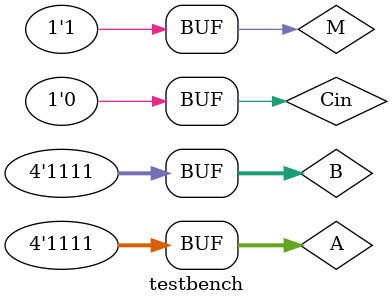
<source format=v>
module full_adder(a,b,cin,sum,cout);
input a;
input b;
input cin;
output sum;
output cout;

assign sum = a^b^cin;
assign cout = (a & b) | (cin & (a^b)); 

endmodule

module bitadder(A,B,Cin,M,Sum,Cout);

input [3:0]A;
input [3:0]B;
input Cin;
input M;

output [3:0]Sum;
output Cout;

wire c1,c2,c3;
wire b0,b1,b2,b3;

assign b0 = B[0]^M;
full_adder f1(.a(A[0]),.b(b0),.cin(Cin),.sum(Sum[0]),.cout(c1));
assign b1 = B[1]^M;
full_adder f2(.a(A[1]),.b(b1),.cin(c1),.sum(Sum[1]),.cout(c2));
assign b2 = B[2]^M;
full_adder f3(.a(A[2]),.b(b2),.cin(c2),.sum(Sum[2]),.cout(c3));
assign b3 = B[3]^M;
full_adder f4(.a(A[3]),.b(b3),.cin(c3),.sum(Sum[3]),.cout(Cout));

endmodule

module testbench();
reg [3:0]A;
reg [3:0]B;
reg Cin;
reg M;
wire [3:0]Sum;
wire Cout;

bitadder tb(A,B,Cin,M,Sum,Cout);

initial
begin

$monitor("A = %b : B = %b : Cin = %b : M = %b : Sum = %b : Cout = %b ",A,B,Cin,M,Sum,Cout);
$dumpfile("4bitadder_sub.vcd");
$dumpvars;

A = 4'b0000 ; B = 4'b0000 ; Cin = 1'b0 ; M = 1'b0 ;
#5; 
A = 4'b0000 ; B = 4'b0001 ; Cin = 1'b0 ; M = 1'b0 ;
#5; 
A = 4'b0000 ; B = 4'b0010 ; Cin = 1'b0 ; M = 1'b0 ;
#5; 
A = 4'b0000 ; B = 4'b0011 ; Cin = 1'b0 ; M = 1'b0 ;
#5; 
A = 4'b0000 ; B = 4'b0100 ; Cin = 1'b0 ; M = 1'b0 ;
#5; 
A = 4'b0000 ; B = 4'b0101 ; Cin = 1'b0 ; M = 1'b0 ;
#5; 
A = 4'b0000 ; B = 4'b0110 ; Cin = 1'b0 ; M = 1'b0 ;
#5; 
A = 4'b0000 ; B = 4'b0111 ; Cin = 1'b0 ; M = 1'b0 ;
#5; 
A = 4'b0000 ; B = 4'b1000 ; Cin = 1'b0 ; M = 1'b0 ;
#5; 
A = 4'b0000 ; B = 4'b1001 ; Cin = 1'b0 ; M = 1'b0 ;
#5; 
A = 4'b0000 ; B = 4'b1010 ; Cin = 1'b0 ; M = 1'b0 ;
#5; 
A = 4'b0000 ; B = 4'b1011 ; Cin = 1'b0 ; M = 1'b0 ;
#5; 
A = 4'b0000 ; B = 4'b1100 ; Cin = 1'b0 ; M = 1'b0 ;
#5; 
A = 4'b0000 ; B = 4'b1101 ; Cin = 1'b0 ; M = 1'b0 ;
#5; 
A = 4'b0000 ; B = 4'b1110 ; Cin = 1'b0 ; M = 1'b0 ;
#5; 
A = 4'b0000 ; B = 4'b1111 ; Cin = 1'b0 ; M = 1'b0 ;
#5; 
A = 4'b0001 ; B = 4'b0000 ; Cin = 1'b0 ; M = 1'b0 ;
#5; 
A = 4'b0001 ; B = 4'b0001 ; Cin = 1'b0 ; M = 1'b0 ;
#5; 
A = 4'b0001 ; B = 4'b0010 ; Cin = 1'b0 ; M = 1'b0 ;
#5; 
A = 4'b0001 ; B = 4'b0011 ; Cin = 1'b0 ; M = 1'b0 ;
#5; 
A = 4'b0001 ; B = 4'b0100 ; Cin = 1'b0 ; M = 1'b0 ;
#5; 
A = 4'b0001 ; B = 4'b0101 ; Cin = 1'b0 ; M = 1'b0 ;
#5; 
A = 4'b0001 ; B = 4'b0110 ; Cin = 1'b0 ; M = 1'b0 ;
#5; 
A = 4'b0001 ; B = 4'b0111 ; Cin = 1'b0 ; M = 1'b0 ;
#5; 
A = 4'b0001 ; B = 4'b1000 ; Cin = 1'b0 ; M = 1'b0 ;
#5; 
A = 4'b0001 ; B = 4'b1001 ; Cin = 1'b0 ; M = 1'b0 ;
#5; 
A = 4'b0001 ; B = 4'b1010 ; Cin = 1'b0 ; M = 1'b0 ;
#5; 
A = 4'b0001 ; B = 4'b1011 ; Cin = 1'b0 ; M = 1'b0 ;
#5; 
A = 4'b0001 ; B = 4'b1100 ; Cin = 1'b0 ; M = 1'b0 ;
#5; 
A = 4'b0001 ; B = 4'b1101 ; Cin = 1'b0 ; M = 1'b0 ;
#5; 
A = 4'b0001 ; B = 4'b1110 ; Cin = 1'b0 ; M = 1'b0 ;
#5; 
A = 4'b0001 ; B = 4'b1111 ; Cin = 1'b0 ; M = 1'b0 ;
#5; 
A = 4'b0010 ; B = 4'b0000 ; Cin = 1'b0 ; M = 1'b0 ;
#5; 
A = 4'b0010 ; B = 4'b0001 ; Cin = 1'b0 ; M = 1'b0 ;
#5; 
A = 4'b0010 ; B = 4'b0010 ; Cin = 1'b0 ; M = 1'b0 ;
#5; 
A = 4'b0010 ; B = 4'b0011 ; Cin = 1'b0 ; M = 1'b0 ;
#5; 
A = 4'b0010 ; B = 4'b0100 ; Cin = 1'b0 ; M = 1'b0 ;
#5; 
A = 4'b0010 ; B = 4'b0101 ; Cin = 1'b0 ; M = 1'b0 ;
#5; 
A = 4'b0010 ; B = 4'b0110 ; Cin = 1'b0 ; M = 1'b0 ;
#5; 
A = 4'b0010 ; B = 4'b0111 ; Cin = 1'b0 ; M = 1'b0 ;
#5; 
A = 4'b0010 ; B = 4'b1000 ; Cin = 1'b0 ; M = 1'b0 ;
#5; 
A = 4'b0010 ; B = 4'b1001 ; Cin = 1'b0 ; M = 1'b0 ;
#5; 
A = 4'b0010 ; B = 4'b1010 ; Cin = 1'b0 ; M = 1'b0 ;
#5; 
A = 4'b0010 ; B = 4'b1011 ; Cin = 1'b0 ; M = 1'b0 ;
#5; 
A = 4'b0010 ; B = 4'b1100 ; Cin = 1'b0 ; M = 1'b0 ;
#5; 
A = 4'b0010 ; B = 4'b1101 ; Cin = 1'b0 ; M = 1'b0 ;
#5; 
A = 4'b0010 ; B = 4'b1110 ; Cin = 1'b0 ; M = 1'b0 ;
#5; 
A = 4'b0010 ; B = 4'b1111 ; Cin = 1'b0 ; M = 1'b0 ;
#5; 
A = 4'b0011 ; B = 4'b0000 ; Cin = 1'b0 ; M = 1'b0 ;
#5; 
A = 4'b0011 ; B = 4'b0001 ; Cin = 1'b0 ; M = 1'b0 ;
#5; 
A = 4'b0011 ; B = 4'b0010 ; Cin = 1'b0 ; M = 1'b0 ;
#5; 
A = 4'b0011 ; B = 4'b0011 ; Cin = 1'b0 ; M = 1'b0 ;
#5; 
A = 4'b0011 ; B = 4'b0100 ; Cin = 1'b0 ; M = 1'b0 ;
#5; 
A = 4'b0011 ; B = 4'b0101 ; Cin = 1'b0 ; M = 1'b0 ;
#5; 
A = 4'b0011 ; B = 4'b0110 ; Cin = 1'b0 ; M = 1'b0 ;
#5; 
A = 4'b0011 ; B = 4'b0111 ; Cin = 1'b0 ; M = 1'b0 ;
#5; 
A = 4'b0011 ; B = 4'b1000 ; Cin = 1'b0 ; M = 1'b0 ;
#5; 
A = 4'b0011 ; B = 4'b1001 ; Cin = 1'b0 ; M = 1'b0 ;
#5; 
A = 4'b0011 ; B = 4'b1010 ; Cin = 1'b0 ; M = 1'b0 ;
#5; 
A = 4'b0011 ; B = 4'b1011 ; Cin = 1'b0 ; M = 1'b0 ;
#5; 
A = 4'b0011 ; B = 4'b1100 ; Cin = 1'b0 ; M = 1'b0 ;
#5; 
A = 4'b0011 ; B = 4'b1101 ; Cin = 1'b0 ; M = 1'b0 ;
#5; 
A = 4'b0011 ; B = 4'b1110 ; Cin = 1'b0 ; M = 1'b0 ;
#5; 
A = 4'b0011 ; B = 4'b1111 ; Cin = 1'b0 ; M = 1'b0 ;
#5; 
A = 4'b0100 ; B = 4'b0000 ; Cin = 1'b0 ; M = 1'b0 ;
#5; 
A = 4'b0100 ; B = 4'b0001 ; Cin = 1'b0 ; M = 1'b0 ;
#5; 
A = 4'b0100 ; B = 4'b0010 ; Cin = 1'b0 ; M = 1'b0 ;
#5; 
A = 4'b0100 ; B = 4'b0011 ; Cin = 1'b0 ; M = 1'b0 ;
#5; 
A = 4'b0100 ; B = 4'b0100 ; Cin = 1'b0 ; M = 1'b0 ;
#5; 
A = 4'b0100 ; B = 4'b0101 ; Cin = 1'b0 ; M = 1'b0 ;
#5; 
A = 4'b0100 ; B = 4'b0110 ; Cin = 1'b0 ; M = 1'b0 ;
#5; 
A = 4'b0100 ; B = 4'b0111 ; Cin = 1'b0 ; M = 1'b0 ;
#5; 
A = 4'b0100 ; B = 4'b1000 ; Cin = 1'b0 ; M = 1'b0 ;
#5; 
A = 4'b0100 ; B = 4'b1001 ; Cin = 1'b0 ; M = 1'b0 ;
#5; 
A = 4'b0100 ; B = 4'b1010 ; Cin = 1'b0 ; M = 1'b0 ;
#5; 
A = 4'b0100 ; B = 4'b1011 ; Cin = 1'b0 ; M = 1'b0 ;
#5; 
A = 4'b0100 ; B = 4'b1100 ; Cin = 1'b0 ; M = 1'b0 ;
#5; 
A = 4'b0100 ; B = 4'b1101 ; Cin = 1'b0 ; M = 1'b0 ;
#5; 
A = 4'b0100 ; B = 4'b1110 ; Cin = 1'b0 ; M = 1'b0 ;
#5; 
A = 4'b0100 ; B = 4'b1111 ; Cin = 1'b0 ; M = 1'b0 ;
#5; 
A = 4'b0101 ; B = 4'b0000 ; Cin = 1'b0 ; M = 1'b0 ;
#5; 
A = 4'b0101 ; B = 4'b0001 ; Cin = 1'b0 ; M = 1'b0 ;
#5; 
A = 4'b0101 ; B = 4'b0010 ; Cin = 1'b0 ; M = 1'b0 ;
#5; 
A = 4'b0101 ; B = 4'b0011 ; Cin = 1'b0 ; M = 1'b0 ;
#5; 
A = 4'b0101 ; B = 4'b0100 ; Cin = 1'b0 ; M = 1'b0 ;
#5; 
A = 4'b0101 ; B = 4'b0101 ; Cin = 1'b0 ; M = 1'b0 ;
#5; 
A = 4'b0101 ; B = 4'b0110 ; Cin = 1'b0 ; M = 1'b0 ;
#5; 
A = 4'b0101 ; B = 4'b0111 ; Cin = 1'b0 ; M = 1'b0 ;
#5; 
A = 4'b0101 ; B = 4'b1000 ; Cin = 1'b0 ; M = 1'b0 ;
#5; 
A = 4'b0101 ; B = 4'b1001 ; Cin = 1'b0 ; M = 1'b0 ;
#5; 
A = 4'b0101 ; B = 4'b1010 ; Cin = 1'b0 ; M = 1'b0 ;
#5; 
A = 4'b0101 ; B = 4'b1011 ; Cin = 1'b0 ; M = 1'b0 ;
#5; 
A = 4'b0101 ; B = 4'b1100 ; Cin = 1'b0 ; M = 1'b0 ;
#5; 
A = 4'b0101 ; B = 4'b1101 ; Cin = 1'b0 ; M = 1'b0 ;
#5; 
A = 4'b0101 ; B = 4'b1110 ; Cin = 1'b0 ; M = 1'b0 ;
#5; 
A = 4'b0101 ; B = 4'b1111 ; Cin = 1'b0 ; M = 1'b0 ;
#5; 
A = 4'b0110 ; B = 4'b0000 ; Cin = 1'b0 ; M = 1'b0 ;
#5; 
A = 4'b0110 ; B = 4'b0001 ; Cin = 1'b0 ; M = 1'b0 ;
#5; 
A = 4'b0110 ; B = 4'b0010 ; Cin = 1'b0 ; M = 1'b0 ;
#5; 
A = 4'b0110 ; B = 4'b0011 ; Cin = 1'b0 ; M = 1'b0 ;
#5; 
A = 4'b0110 ; B = 4'b0100 ; Cin = 1'b0 ; M = 1'b0 ;
#5; 
A = 4'b0110 ; B = 4'b0101 ; Cin = 1'b0 ; M = 1'b0 ;
#5; 
A = 4'b0110 ; B = 4'b0110 ; Cin = 1'b0 ; M = 1'b0 ;
#5; 
A = 4'b0110 ; B = 4'b0111 ; Cin = 1'b0 ; M = 1'b0 ;
#5; 
A = 4'b0110 ; B = 4'b1000 ; Cin = 1'b0 ; M = 1'b0 ;
#5; 
A = 4'b0110 ; B = 4'b1001 ; Cin = 1'b0 ; M = 1'b0 ;
#5; 
A = 4'b0110 ; B = 4'b1010 ; Cin = 1'b0 ; M = 1'b0 ;
#5; 
A = 4'b0110 ; B = 4'b1011 ; Cin = 1'b0 ; M = 1'b0 ;
#5; 
A = 4'b0110 ; B = 4'b1100 ; Cin = 1'b0 ; M = 1'b0 ;
#5; 
A = 4'b0110 ; B = 4'b1101 ; Cin = 1'b0 ; M = 1'b0 ;
#5; 
A = 4'b0110 ; B = 4'b1110 ; Cin = 1'b0 ; M = 1'b0 ;
#5; 
A = 4'b0110 ; B = 4'b1111 ; Cin = 1'b0 ; M = 1'b0 ;
#5; 
A = 4'b0111 ; B = 4'b0000 ; Cin = 1'b0 ; M = 1'b0 ;
#5; 
A = 4'b0111 ; B = 4'b0001 ; Cin = 1'b0 ; M = 1'b0 ;
#5; 
A = 4'b0111 ; B = 4'b0010 ; Cin = 1'b0 ; M = 1'b0 ;
#5; 
A = 4'b0111 ; B = 4'b0011 ; Cin = 1'b0 ; M = 1'b0 ;
#5; 
A = 4'b0111 ; B = 4'b0100 ; Cin = 1'b0 ; M = 1'b0 ;
#5; 
A = 4'b0111 ; B = 4'b0101 ; Cin = 1'b0 ; M = 1'b0 ;
#5; 
A = 4'b0111 ; B = 4'b0110 ; Cin = 1'b0 ; M = 1'b0 ;
#5; 
A = 4'b0111 ; B = 4'b0111 ; Cin = 1'b0 ; M = 1'b0 ;
#5; 
A = 4'b0111 ; B = 4'b1000 ; Cin = 1'b0 ; M = 1'b0 ;
#5; 
A = 4'b0111 ; B = 4'b1001 ; Cin = 1'b0 ; M = 1'b0 ;
#5; 
A = 4'b0111 ; B = 4'b1010 ; Cin = 1'b0 ; M = 1'b0 ;
#5; 
A = 4'b0111 ; B = 4'b1011 ; Cin = 1'b0 ; M = 1'b0 ;
#5; 
A = 4'b0111 ; B = 4'b1100 ; Cin = 1'b0 ; M = 1'b0 ;
#5; 
A = 4'b0111 ; B = 4'b1101 ; Cin = 1'b0 ; M = 1'b0 ;
#5; 
A = 4'b0111 ; B = 4'b1110 ; Cin = 1'b0 ; M = 1'b0 ;
#5; 
A = 4'b0111 ; B = 4'b1111 ; Cin = 1'b0 ; M = 1'b0 ;
#5; 
A = 4'b1000 ; B = 4'b0000 ; Cin = 1'b0 ; M = 1'b0 ;
#5; 
A = 4'b1000 ; B = 4'b0001 ; Cin = 1'b0 ; M = 1'b0 ;
#5; 
A = 4'b1000 ; B = 4'b0010 ; Cin = 1'b0 ; M = 1'b0 ;
#5; 
A = 4'b1000 ; B = 4'b0011 ; Cin = 1'b0 ; M = 1'b0 ;
#5; 
A = 4'b1000 ; B = 4'b0100 ; Cin = 1'b0 ; M = 1'b0 ;
#5; 
A = 4'b1000 ; B = 4'b0101 ; Cin = 1'b0 ; M = 1'b0 ;
#5; 
A = 4'b1000 ; B = 4'b0110 ; Cin = 1'b0 ; M = 1'b0 ;
#5; 
A = 4'b1000 ; B = 4'b0111 ; Cin = 1'b0 ; M = 1'b0 ;
#5; 
A = 4'b1000 ; B = 4'b1000 ; Cin = 1'b0 ; M = 1'b0 ;
#5; 
A = 4'b1000 ; B = 4'b1001 ; Cin = 1'b0 ; M = 1'b0 ;
#5; 
A = 4'b1000 ; B = 4'b1010 ; Cin = 1'b0 ; M = 1'b0 ;
#5; 
A = 4'b1000 ; B = 4'b1011 ; Cin = 1'b0 ; M = 1'b0 ;
#5; 
A = 4'b1000 ; B = 4'b1100 ; Cin = 1'b0 ; M = 1'b0 ;
#5; 
A = 4'b1000 ; B = 4'b1101 ; Cin = 1'b0 ; M = 1'b0 ;
#5; 
A = 4'b1000 ; B = 4'b1110 ; Cin = 1'b0 ; M = 1'b0 ;
#5; 
A = 4'b1000 ; B = 4'b1111 ; Cin = 1'b0 ; M = 1'b0 ;
#5; 
A = 4'b1001 ; B = 4'b0000 ; Cin = 1'b0 ; M = 1'b0 ;
#5; 
A = 4'b1001 ; B = 4'b0001 ; Cin = 1'b0 ; M = 1'b0 ;
#5; 
A = 4'b1001 ; B = 4'b0010 ; Cin = 1'b0 ; M = 1'b0 ;
#5; 
A = 4'b1001 ; B = 4'b0011 ; Cin = 1'b0 ; M = 1'b0 ;
#5; 
A = 4'b1001 ; B = 4'b0100 ; Cin = 1'b0 ; M = 1'b0 ;
#5; 
A = 4'b1001 ; B = 4'b0101 ; Cin = 1'b0 ; M = 1'b0 ;
#5; 
A = 4'b1001 ; B = 4'b0110 ; Cin = 1'b0 ; M = 1'b0 ;
#5; 
A = 4'b1001 ; B = 4'b0111 ; Cin = 1'b0 ; M = 1'b0 ;
#5; 
A = 4'b1001 ; B = 4'b1000 ; Cin = 1'b0 ; M = 1'b0 ;
#5; 
A = 4'b1001 ; B = 4'b1001 ; Cin = 1'b0 ; M = 1'b0 ;
#5; 
A = 4'b1001 ; B = 4'b1010 ; Cin = 1'b0 ; M = 1'b0 ;
#5; 
A = 4'b1001 ; B = 4'b1011 ; Cin = 1'b0 ; M = 1'b0 ;
#5; 
A = 4'b1001 ; B = 4'b1100 ; Cin = 1'b0 ; M = 1'b0 ;
#5; 
A = 4'b1001 ; B = 4'b1101 ; Cin = 1'b0 ; M = 1'b0 ;
#5; 
A = 4'b1001 ; B = 4'b1110 ; Cin = 1'b0 ; M = 1'b0 ;
#5; 
A = 4'b1001 ; B = 4'b1111 ; Cin = 1'b0 ; M = 1'b0 ;
#5; 
A = 4'b1010 ; B = 4'b0000 ; Cin = 1'b0 ; M = 1'b0 ;
#5; 
A = 4'b1010 ; B = 4'b0001 ; Cin = 1'b0 ; M = 1'b0 ;
#5; 
A = 4'b1010 ; B = 4'b0010 ; Cin = 1'b0 ; M = 1'b0 ;
#5; 
A = 4'b1010 ; B = 4'b0011 ; Cin = 1'b0 ; M = 1'b0 ;
#5; 
A = 4'b1010 ; B = 4'b0100 ; Cin = 1'b0 ; M = 1'b0 ;
#5; 
A = 4'b1010 ; B = 4'b0101 ; Cin = 1'b0 ; M = 1'b0 ;
#5; 
A = 4'b1010 ; B = 4'b0110 ; Cin = 1'b0 ; M = 1'b0 ;
#5; 
A = 4'b1010 ; B = 4'b0111 ; Cin = 1'b0 ; M = 1'b0 ;
#5; 
A = 4'b1010 ; B = 4'b1000 ; Cin = 1'b0 ; M = 1'b0 ;
#5; 
A = 4'b1010 ; B = 4'b1001 ; Cin = 1'b0 ; M = 1'b0 ;
#5; 
A = 4'b1010 ; B = 4'b1010 ; Cin = 1'b0 ; M = 1'b0 ;
#5; 
A = 4'b1010 ; B = 4'b1011 ; Cin = 1'b0 ; M = 1'b0 ;
#5; 
A = 4'b1010 ; B = 4'b1100 ; Cin = 1'b0 ; M = 1'b0 ;
#5; 
A = 4'b1010 ; B = 4'b1101 ; Cin = 1'b0 ; M = 1'b0 ;
#5; 
A = 4'b1010 ; B = 4'b1110 ; Cin = 1'b0 ; M = 1'b0 ;
#5; 
A = 4'b1010 ; B = 4'b1111 ; Cin = 1'b0 ; M = 1'b0 ;
#5; 
A = 4'b1011 ; B = 4'b0000 ; Cin = 1'b0 ; M = 1'b0 ;
#5; 
A = 4'b1011 ; B = 4'b0001 ; Cin = 1'b0 ; M = 1'b0 ;
#5; 
A = 4'b1011 ; B = 4'b0010 ; Cin = 1'b0 ; M = 1'b0 ;
#5; 
A = 4'b1011 ; B = 4'b0011 ; Cin = 1'b0 ; M = 1'b0 ;
#5; 
A = 4'b1011 ; B = 4'b0100 ; Cin = 1'b0 ; M = 1'b0 ;
#5; 
A = 4'b1011 ; B = 4'b0101 ; Cin = 1'b0 ; M = 1'b0 ;
#5; 
A = 4'b1011 ; B = 4'b0110 ; Cin = 1'b0 ; M = 1'b0 ;
#5; 
A = 4'b1011 ; B = 4'b0111 ; Cin = 1'b0 ; M = 1'b0 ;
#5; 
A = 4'b1011 ; B = 4'b1000 ; Cin = 1'b0 ; M = 1'b0 ;
#5; 
A = 4'b1011 ; B = 4'b1001 ; Cin = 1'b0 ; M = 1'b0 ;
#5; 
A = 4'b1011 ; B = 4'b1010 ; Cin = 1'b0 ; M = 1'b0 ;
#5; 
A = 4'b1011 ; B = 4'b1011 ; Cin = 1'b0 ; M = 1'b0 ;
#5; 
A = 4'b1011 ; B = 4'b1100 ; Cin = 1'b0 ; M = 1'b0 ;
#5; 
A = 4'b1011 ; B = 4'b1101 ; Cin = 1'b0 ; M = 1'b0 ;
#5; 
A = 4'b1011 ; B = 4'b1110 ; Cin = 1'b0 ; M = 1'b0 ;
#5; 
A = 4'b1011 ; B = 4'b1111 ; Cin = 1'b0 ; M = 1'b0 ;
#5; 
A = 4'b1100 ; B = 4'b0000 ; Cin = 1'b0 ; M = 1'b0 ;
#5; 
A = 4'b1100 ; B = 4'b0001 ; Cin = 1'b0 ; M = 1'b0 ;
#5; 
A = 4'b1100 ; B = 4'b0010 ; Cin = 1'b0 ; M = 1'b0 ;
#5; 
A = 4'b1100 ; B = 4'b0011 ; Cin = 1'b0 ; M = 1'b0 ;
#5; 
A = 4'b1100 ; B = 4'b0100 ; Cin = 1'b0 ; M = 1'b0 ;
#5; 
A = 4'b1100 ; B = 4'b0101 ; Cin = 1'b0 ; M = 1'b0 ;
#5; 
A = 4'b1100 ; B = 4'b0110 ; Cin = 1'b0 ; M = 1'b0 ;
#5; 
A = 4'b1100 ; B = 4'b0111 ; Cin = 1'b0 ; M = 1'b0 ;
#5; 
A = 4'b1100 ; B = 4'b1000 ; Cin = 1'b0 ; M = 1'b0 ;
#5; 
A = 4'b1100 ; B = 4'b1001 ; Cin = 1'b0 ; M = 1'b0 ;
#5; 
A = 4'b1100 ; B = 4'b1010 ; Cin = 1'b0 ; M = 1'b0 ;
#5; 
A = 4'b1100 ; B = 4'b1011 ; Cin = 1'b0 ; M = 1'b0 ;
#5; 
A = 4'b1100 ; B = 4'b1100 ; Cin = 1'b0 ; M = 1'b0 ;
#5; 
A = 4'b1100 ; B = 4'b1101 ; Cin = 1'b0 ; M = 1'b0 ;
#5; 
A = 4'b1100 ; B = 4'b1110 ; Cin = 1'b0 ; M = 1'b0 ;
#5; 
A = 4'b1100 ; B = 4'b1111 ; Cin = 1'b0 ; M = 1'b0 ;
#5; 
A = 4'b1101 ; B = 4'b0000 ; Cin = 1'b0 ; M = 1'b0 ;
#5; 
A = 4'b1101 ; B = 4'b0001 ; Cin = 1'b0 ; M = 1'b0 ;
#5; 
A = 4'b1101 ; B = 4'b0010 ; Cin = 1'b0 ; M = 1'b0 ;
#5; 
A = 4'b1101 ; B = 4'b0011 ; Cin = 1'b0 ; M = 1'b0 ;
#5; 
A = 4'b1101 ; B = 4'b0100 ; Cin = 1'b0 ; M = 1'b0 ;
#5; 
A = 4'b1101 ; B = 4'b0101 ; Cin = 1'b0 ; M = 1'b0 ;
#5; 
A = 4'b1101 ; B = 4'b0110 ; Cin = 1'b0 ; M = 1'b0 ;
#5; 
A = 4'b1101 ; B = 4'b0111 ; Cin = 1'b0 ; M = 1'b0 ;
#5; 
A = 4'b1101 ; B = 4'b1000 ; Cin = 1'b0 ; M = 1'b0 ;
#5; 
A = 4'b1101 ; B = 4'b1001 ; Cin = 1'b0 ; M = 1'b0 ;
#5; 
A = 4'b1101 ; B = 4'b1010 ; Cin = 1'b0 ; M = 1'b0 ;
#5; 
A = 4'b1101 ; B = 4'b1011 ; Cin = 1'b0 ; M = 1'b0 ;
#5; 
A = 4'b1101 ; B = 4'b1100 ; Cin = 1'b0 ; M = 1'b0 ;
#5; 
A = 4'b1101 ; B = 4'b1101 ; Cin = 1'b0 ; M = 1'b0 ;
#5; 
A = 4'b1101 ; B = 4'b1110 ; Cin = 1'b0 ; M = 1'b0 ;
#5; 
A = 4'b1101 ; B = 4'b1111 ; Cin = 1'b0 ; M = 1'b0 ;
#5; 
A = 4'b1110 ; B = 4'b0000 ; Cin = 1'b0 ; M = 1'b0 ;
#5; 
A = 4'b1110 ; B = 4'b0001 ; Cin = 1'b0 ; M = 1'b0 ;
#5; 
A = 4'b1110 ; B = 4'b0010 ; Cin = 1'b0 ; M = 1'b0 ;
#5; 
A = 4'b1110 ; B = 4'b0011 ; Cin = 1'b0 ; M = 1'b0 ;
#5; 
A = 4'b1110 ; B = 4'b0100 ; Cin = 1'b0 ; M = 1'b0 ;
#5; 
A = 4'b1110 ; B = 4'b0101 ; Cin = 1'b0 ; M = 1'b0 ;
#5; 
A = 4'b1110 ; B = 4'b0110 ; Cin = 1'b0 ; M = 1'b0 ;
#5; 
A = 4'b1110 ; B = 4'b0111 ; Cin = 1'b0 ; M = 1'b0 ;
#5; 
A = 4'b1110 ; B = 4'b1000 ; Cin = 1'b0 ; M = 1'b0 ;
#5; 
A = 4'b1110 ; B = 4'b1001 ; Cin = 1'b0 ; M = 1'b0 ;
#5; 
A = 4'b1110 ; B = 4'b1010 ; Cin = 1'b0 ; M = 1'b0 ;
#5; 
A = 4'b1110 ; B = 4'b1011 ; Cin = 1'b0 ; M = 1'b0 ;
#5; 
A = 4'b1110 ; B = 4'b1100 ; Cin = 1'b0 ; M = 1'b0 ;
#5; 
A = 4'b1110 ; B = 4'b1101 ; Cin = 1'b0 ; M = 1'b0 ;
#5; 
A = 4'b1110 ; B = 4'b1110 ; Cin = 1'b0 ; M = 1'b0 ;
#5; 
A = 4'b1110 ; B = 4'b1111 ; Cin = 1'b0 ; M = 1'b0 ;
#5; 
A = 4'b1111 ; B = 4'b0000 ; Cin = 1'b0 ; M = 1'b0 ;
#5; 
A = 4'b1111 ; B = 4'b0001 ; Cin = 1'b0 ; M = 1'b0 ;
#5; 
A = 4'b1111 ; B = 4'b0010 ; Cin = 1'b0 ; M = 1'b0 ;
#5; 
A = 4'b1111 ; B = 4'b0011 ; Cin = 1'b0 ; M = 1'b0 ;
#5; 
A = 4'b1111 ; B = 4'b0100 ; Cin = 1'b0 ; M = 1'b0 ;
#5; 
A = 4'b1111 ; B = 4'b0101 ; Cin = 1'b0 ; M = 1'b0 ;
#5; 
A = 4'b1111 ; B = 4'b0110 ; Cin = 1'b0 ; M = 1'b0 ;
#5; 
A = 4'b1111 ; B = 4'b0111 ; Cin = 1'b0 ; M = 1'b0 ;
#5; 
A = 4'b1111 ; B = 4'b1000 ; Cin = 1'b0 ; M = 1'b0 ;
#5; 
A = 4'b1111 ; B = 4'b1001 ; Cin = 1'b0 ; M = 1'b0 ;
#5; 
A = 4'b1111 ; B = 4'b1010 ; Cin = 1'b0 ; M = 1'b0 ;
#5; 
A = 4'b1111 ; B = 4'b1011 ; Cin = 1'b0 ; M = 1'b0 ;
#5; 
A = 4'b1111 ; B = 4'b1100 ; Cin = 1'b0 ; M = 1'b0 ;
#5; 
A = 4'b1111 ; B = 4'b1101 ; Cin = 1'b0 ; M = 1'b0 ;
#5; 
A = 4'b1111 ; B = 4'b1110 ; Cin = 1'b0 ; M = 1'b0 ;
#5; 
A = 4'b1111 ; B = 4'b1111 ; Cin = 1'b0 ; M = 1'b0 ;
#5; 
A = 4'b0000 ; B = 4'b0000 ; Cin = 1'b0 ; M = 1'b1 ;
#5; 
A = 4'b0000 ; B = 4'b0001 ; Cin = 1'b0 ; M = 1'b1 ;
#5; 
A = 4'b0000 ; B = 4'b0010 ; Cin = 1'b0 ; M = 1'b1 ;
#5; 
A = 4'b0000 ; B = 4'b0011 ; Cin = 1'b0 ; M = 1'b1 ;
#5; 
A = 4'b0000 ; B = 4'b0100 ; Cin = 1'b0 ; M = 1'b1 ;
#5; 
A = 4'b0000 ; B = 4'b0101 ; Cin = 1'b0 ; M = 1'b1 ;
#5; 
A = 4'b0000 ; B = 4'b0110 ; Cin = 1'b0 ; M = 1'b1 ;
#5; 
A = 4'b0000 ; B = 4'b0111 ; Cin = 1'b0 ; M = 1'b1 ;
#5; 
A = 4'b0000 ; B = 4'b1000 ; Cin = 1'b0 ; M = 1'b1 ;
#5; 
A = 4'b0000 ; B = 4'b1001 ; Cin = 1'b0 ; M = 1'b1 ;
#5; 
A = 4'b0000 ; B = 4'b1010 ; Cin = 1'b0 ; M = 1'b1 ;
#5; 
A = 4'b0000 ; B = 4'b1011 ; Cin = 1'b0 ; M = 1'b1 ;
#5; 
A = 4'b0000 ; B = 4'b1100 ; Cin = 1'b0 ; M = 1'b1 ;
#5; 
A = 4'b0000 ; B = 4'b1101 ; Cin = 1'b0 ; M = 1'b1 ;
#5; 
A = 4'b0000 ; B = 4'b1110 ; Cin = 1'b0 ; M = 1'b1 ;
#5; 
A = 4'b0000 ; B = 4'b1111 ; Cin = 1'b0 ; M = 1'b1 ;
#5; 
A = 4'b0001 ; B = 4'b0000 ; Cin = 1'b0 ; M = 1'b1 ;
#5; 
A = 4'b0001 ; B = 4'b0001 ; Cin = 1'b0 ; M = 1'b1 ;
#5; 
A = 4'b0001 ; B = 4'b0010 ; Cin = 1'b0 ; M = 1'b1 ;
#5; 
A = 4'b0001 ; B = 4'b0011 ; Cin = 1'b0 ; M = 1'b1 ;
#5; 
A = 4'b0001 ; B = 4'b0100 ; Cin = 1'b0 ; M = 1'b1 ;
#5; 
A = 4'b0001 ; B = 4'b0101 ; Cin = 1'b0 ; M = 1'b1 ;
#5; 
A = 4'b0001 ; B = 4'b0110 ; Cin = 1'b0 ; M = 1'b1 ;
#5; 
A = 4'b0001 ; B = 4'b0111 ; Cin = 1'b0 ; M = 1'b1 ;
#5; 
A = 4'b0001 ; B = 4'b1000 ; Cin = 1'b0 ; M = 1'b1 ;
#5; 
A = 4'b0001 ; B = 4'b1001 ; Cin = 1'b0 ; M = 1'b1 ;
#5; 
A = 4'b0001 ; B = 4'b1010 ; Cin = 1'b0 ; M = 1'b1 ;
#5; 
A = 4'b0001 ; B = 4'b1011 ; Cin = 1'b0 ; M = 1'b1 ;
#5; 
A = 4'b0001 ; B = 4'b1100 ; Cin = 1'b0 ; M = 1'b1 ;
#5; 
A = 4'b0001 ; B = 4'b1101 ; Cin = 1'b0 ; M = 1'b1 ;
#5; 
A = 4'b0001 ; B = 4'b1110 ; Cin = 1'b0 ; M = 1'b1 ;
#5; 
A = 4'b0001 ; B = 4'b1111 ; Cin = 1'b0 ; M = 1'b1 ;
#5; 
A = 4'b0010 ; B = 4'b0000 ; Cin = 1'b0 ; M = 1'b1 ;
#5; 
A = 4'b0010 ; B = 4'b0001 ; Cin = 1'b0 ; M = 1'b1 ;
#5; 
A = 4'b0010 ; B = 4'b0010 ; Cin = 1'b0 ; M = 1'b1 ;
#5; 
A = 4'b0010 ; B = 4'b0011 ; Cin = 1'b0 ; M = 1'b1 ;
#5; 
A = 4'b0010 ; B = 4'b0100 ; Cin = 1'b0 ; M = 1'b1 ;
#5; 
A = 4'b0010 ; B = 4'b0101 ; Cin = 1'b0 ; M = 1'b1 ;
#5; 
A = 4'b0010 ; B = 4'b0110 ; Cin = 1'b0 ; M = 1'b1 ;
#5; 
A = 4'b0010 ; B = 4'b0111 ; Cin = 1'b0 ; M = 1'b1 ;
#5; 
A = 4'b0010 ; B = 4'b1000 ; Cin = 1'b0 ; M = 1'b1 ;
#5; 
A = 4'b0010 ; B = 4'b1001 ; Cin = 1'b0 ; M = 1'b1 ;
#5; 
A = 4'b0010 ; B = 4'b1010 ; Cin = 1'b0 ; M = 1'b1 ;
#5; 
A = 4'b0010 ; B = 4'b1011 ; Cin = 1'b0 ; M = 1'b1 ;
#5; 
A = 4'b0010 ; B = 4'b1100 ; Cin = 1'b0 ; M = 1'b1 ;
#5; 
A = 4'b0010 ; B = 4'b1101 ; Cin = 1'b0 ; M = 1'b1 ;
#5; 
A = 4'b0010 ; B = 4'b1110 ; Cin = 1'b0 ; M = 1'b1 ;
#5; 
A = 4'b0010 ; B = 4'b1111 ; Cin = 1'b0 ; M = 1'b1 ;
#5; 
A = 4'b0011 ; B = 4'b0000 ; Cin = 1'b0 ; M = 1'b1 ;
#5; 
A = 4'b0011 ; B = 4'b0001 ; Cin = 1'b0 ; M = 1'b1 ;
#5; 
A = 4'b0011 ; B = 4'b0010 ; Cin = 1'b0 ; M = 1'b1 ;
#5; 
A = 4'b0011 ; B = 4'b0011 ; Cin = 1'b0 ; M = 1'b1 ;
#5; 
A = 4'b0011 ; B = 4'b0100 ; Cin = 1'b0 ; M = 1'b1 ;
#5; 
A = 4'b0011 ; B = 4'b0101 ; Cin = 1'b0 ; M = 1'b1 ;
#5; 
A = 4'b0011 ; B = 4'b0110 ; Cin = 1'b0 ; M = 1'b1 ;
#5; 
A = 4'b0011 ; B = 4'b0111 ; Cin = 1'b0 ; M = 1'b1 ;
#5; 
A = 4'b0011 ; B = 4'b1000 ; Cin = 1'b0 ; M = 1'b1 ;
#5; 
A = 4'b0011 ; B = 4'b1001 ; Cin = 1'b0 ; M = 1'b1 ;
#5; 
A = 4'b0011 ; B = 4'b1010 ; Cin = 1'b0 ; M = 1'b1 ;
#5; 
A = 4'b0011 ; B = 4'b1011 ; Cin = 1'b0 ; M = 1'b1 ;
#5; 
A = 4'b0011 ; B = 4'b1100 ; Cin = 1'b0 ; M = 1'b1 ;
#5; 
A = 4'b0011 ; B = 4'b1101 ; Cin = 1'b0 ; M = 1'b1 ;
#5; 
A = 4'b0011 ; B = 4'b1110 ; Cin = 1'b0 ; M = 1'b1 ;
#5; 
A = 4'b0011 ; B = 4'b1111 ; Cin = 1'b0 ; M = 1'b1 ;
#5; 
A = 4'b0100 ; B = 4'b0000 ; Cin = 1'b0 ; M = 1'b1 ;
#5; 
A = 4'b0100 ; B = 4'b0001 ; Cin = 1'b0 ; M = 1'b1 ;
#5; 
A = 4'b0100 ; B = 4'b0010 ; Cin = 1'b0 ; M = 1'b1 ;
#5; 
A = 4'b0100 ; B = 4'b0011 ; Cin = 1'b0 ; M = 1'b1 ;
#5; 
A = 4'b0100 ; B = 4'b0100 ; Cin = 1'b0 ; M = 1'b1 ;
#5; 
A = 4'b0100 ; B = 4'b0101 ; Cin = 1'b0 ; M = 1'b1 ;
#5; 
A = 4'b0100 ; B = 4'b0110 ; Cin = 1'b0 ; M = 1'b1 ;
#5; 
A = 4'b0100 ; B = 4'b0111 ; Cin = 1'b0 ; M = 1'b1 ;
#5; 
A = 4'b0100 ; B = 4'b1000 ; Cin = 1'b0 ; M = 1'b1 ;
#5; 
A = 4'b0100 ; B = 4'b1001 ; Cin = 1'b0 ; M = 1'b1 ;
#5; 
A = 4'b0100 ; B = 4'b1010 ; Cin = 1'b0 ; M = 1'b1 ;
#5; 
A = 4'b0100 ; B = 4'b1011 ; Cin = 1'b0 ; M = 1'b1 ;
#5; 
A = 4'b0100 ; B = 4'b1100 ; Cin = 1'b0 ; M = 1'b1 ;
#5; 
A = 4'b0100 ; B = 4'b1101 ; Cin = 1'b0 ; M = 1'b1 ;
#5; 
A = 4'b0100 ; B = 4'b1110 ; Cin = 1'b0 ; M = 1'b1 ;
#5; 
A = 4'b0100 ; B = 4'b1111 ; Cin = 1'b0 ; M = 1'b1 ;
#5; 
A = 4'b0101 ; B = 4'b0000 ; Cin = 1'b0 ; M = 1'b1 ;
#5; 
A = 4'b0101 ; B = 4'b0001 ; Cin = 1'b0 ; M = 1'b1 ;
#5; 
A = 4'b0101 ; B = 4'b0010 ; Cin = 1'b0 ; M = 1'b1 ;
#5; 
A = 4'b0101 ; B = 4'b0011 ; Cin = 1'b0 ; M = 1'b1 ;
#5; 
A = 4'b0101 ; B = 4'b0100 ; Cin = 1'b0 ; M = 1'b1 ;
#5; 
A = 4'b0101 ; B = 4'b0101 ; Cin = 1'b0 ; M = 1'b1 ;
#5; 
A = 4'b0101 ; B = 4'b0110 ; Cin = 1'b0 ; M = 1'b1 ;
#5; 
A = 4'b0101 ; B = 4'b0111 ; Cin = 1'b0 ; M = 1'b1 ;
#5; 
A = 4'b0101 ; B = 4'b1000 ; Cin = 1'b0 ; M = 1'b1 ;
#5; 
A = 4'b0101 ; B = 4'b1001 ; Cin = 1'b0 ; M = 1'b1 ;
#5; 
A = 4'b0101 ; B = 4'b1010 ; Cin = 1'b0 ; M = 1'b1 ;
#5; 
A = 4'b0101 ; B = 4'b1011 ; Cin = 1'b0 ; M = 1'b1 ;
#5; 
A = 4'b0101 ; B = 4'b1100 ; Cin = 1'b0 ; M = 1'b1 ;
#5; 
A = 4'b0101 ; B = 4'b1101 ; Cin = 1'b0 ; M = 1'b1 ;
#5; 
A = 4'b0101 ; B = 4'b1110 ; Cin = 1'b0 ; M = 1'b1 ;
#5; 
A = 4'b0101 ; B = 4'b1111 ; Cin = 1'b0 ; M = 1'b1 ;
#5; 
A = 4'b0110 ; B = 4'b0000 ; Cin = 1'b0 ; M = 1'b1 ;
#5; 
A = 4'b0110 ; B = 4'b0001 ; Cin = 1'b0 ; M = 1'b1 ;
#5; 
A = 4'b0110 ; B = 4'b0010 ; Cin = 1'b0 ; M = 1'b1 ;
#5; 
A = 4'b0110 ; B = 4'b0011 ; Cin = 1'b0 ; M = 1'b1 ;
#5; 
A = 4'b0110 ; B = 4'b0100 ; Cin = 1'b0 ; M = 1'b1 ;
#5; 
A = 4'b0110 ; B = 4'b0101 ; Cin = 1'b0 ; M = 1'b1 ;
#5; 
A = 4'b0110 ; B = 4'b0110 ; Cin = 1'b0 ; M = 1'b1 ;
#5; 
A = 4'b0110 ; B = 4'b0111 ; Cin = 1'b0 ; M = 1'b1 ;
#5; 
A = 4'b0110 ; B = 4'b1000 ; Cin = 1'b0 ; M = 1'b1 ;
#5; 
A = 4'b0110 ; B = 4'b1001 ; Cin = 1'b0 ; M = 1'b1 ;
#5; 
A = 4'b0110 ; B = 4'b1010 ; Cin = 1'b0 ; M = 1'b1 ;
#5; 
A = 4'b0110 ; B = 4'b1011 ; Cin = 1'b0 ; M = 1'b1 ;
#5; 
A = 4'b0110 ; B = 4'b1100 ; Cin = 1'b0 ; M = 1'b1 ;
#5; 
A = 4'b0110 ; B = 4'b1101 ; Cin = 1'b0 ; M = 1'b1 ;
#5; 
A = 4'b0110 ; B = 4'b1110 ; Cin = 1'b0 ; M = 1'b1 ;
#5; 
A = 4'b0110 ; B = 4'b1111 ; Cin = 1'b0 ; M = 1'b1 ;
#5; 
A = 4'b0111 ; B = 4'b0000 ; Cin = 1'b0 ; M = 1'b1 ;
#5; 
A = 4'b0111 ; B = 4'b0001 ; Cin = 1'b0 ; M = 1'b1 ;
#5; 
A = 4'b0111 ; B = 4'b0010 ; Cin = 1'b0 ; M = 1'b1 ;
#5; 
A = 4'b0111 ; B = 4'b0011 ; Cin = 1'b0 ; M = 1'b1 ;
#5; 
A = 4'b0111 ; B = 4'b0100 ; Cin = 1'b0 ; M = 1'b1 ;
#5; 
A = 4'b0111 ; B = 4'b0101 ; Cin = 1'b0 ; M = 1'b1 ;
#5; 
A = 4'b0111 ; B = 4'b0110 ; Cin = 1'b0 ; M = 1'b1 ;
#5; 
A = 4'b0111 ; B = 4'b0111 ; Cin = 1'b0 ; M = 1'b1 ;
#5; 
A = 4'b0111 ; B = 4'b1000 ; Cin = 1'b0 ; M = 1'b1 ;
#5; 
A = 4'b0111 ; B = 4'b1001 ; Cin = 1'b0 ; M = 1'b1 ;
#5; 
A = 4'b0111 ; B = 4'b1010 ; Cin = 1'b0 ; M = 1'b1 ;
#5; 
A = 4'b0111 ; B = 4'b1011 ; Cin = 1'b0 ; M = 1'b1 ;
#5; 
A = 4'b0111 ; B = 4'b1100 ; Cin = 1'b0 ; M = 1'b1 ;
#5; 
A = 4'b0111 ; B = 4'b1101 ; Cin = 1'b0 ; M = 1'b1 ;
#5; 
A = 4'b0111 ; B = 4'b1110 ; Cin = 1'b0 ; M = 1'b1 ;
#5; 
A = 4'b0111 ; B = 4'b1111 ; Cin = 1'b0 ; M = 1'b1 ;
#5; 
A = 4'b1000 ; B = 4'b0000 ; Cin = 1'b0 ; M = 1'b1 ;
#5; 
A = 4'b1000 ; B = 4'b0001 ; Cin = 1'b0 ; M = 1'b1 ;
#5; 
A = 4'b1000 ; B = 4'b0010 ; Cin = 1'b0 ; M = 1'b1 ;
#5; 
A = 4'b1000 ; B = 4'b0011 ; Cin = 1'b0 ; M = 1'b1 ;
#5; 
A = 4'b1000 ; B = 4'b0100 ; Cin = 1'b0 ; M = 1'b1 ;
#5; 
A = 4'b1000 ; B = 4'b0101 ; Cin = 1'b0 ; M = 1'b1 ;
#5; 
A = 4'b1000 ; B = 4'b0110 ; Cin = 1'b0 ; M = 1'b1 ;
#5; 
A = 4'b1000 ; B = 4'b0111 ; Cin = 1'b0 ; M = 1'b1 ;
#5; 
A = 4'b1000 ; B = 4'b1000 ; Cin = 1'b0 ; M = 1'b1 ;
#5; 
A = 4'b1000 ; B = 4'b1001 ; Cin = 1'b0 ; M = 1'b1 ;
#5; 
A = 4'b1000 ; B = 4'b1010 ; Cin = 1'b0 ; M = 1'b1 ;
#5; 
A = 4'b1000 ; B = 4'b1011 ; Cin = 1'b0 ; M = 1'b1 ;
#5; 
A = 4'b1000 ; B = 4'b1100 ; Cin = 1'b0 ; M = 1'b1 ;
#5; 
A = 4'b1000 ; B = 4'b1101 ; Cin = 1'b0 ; M = 1'b1 ;
#5; 
A = 4'b1000 ; B = 4'b1110 ; Cin = 1'b0 ; M = 1'b1 ;
#5; 
A = 4'b1000 ; B = 4'b1111 ; Cin = 1'b0 ; M = 1'b1 ;
#5; 
A = 4'b1001 ; B = 4'b0000 ; Cin = 1'b0 ; M = 1'b1 ;
#5; 
A = 4'b1001 ; B = 4'b0001 ; Cin = 1'b0 ; M = 1'b1 ;
#5; 
A = 4'b1001 ; B = 4'b0010 ; Cin = 1'b0 ; M = 1'b1 ;
#5; 
A = 4'b1001 ; B = 4'b0011 ; Cin = 1'b0 ; M = 1'b1 ;
#5; 
A = 4'b1001 ; B = 4'b0100 ; Cin = 1'b0 ; M = 1'b1 ;
#5; 
A = 4'b1001 ; B = 4'b0101 ; Cin = 1'b0 ; M = 1'b1 ;
#5; 
A = 4'b1001 ; B = 4'b0110 ; Cin = 1'b0 ; M = 1'b1 ;
#5; 
A = 4'b1001 ; B = 4'b0111 ; Cin = 1'b0 ; M = 1'b1 ;
#5; 
A = 4'b1001 ; B = 4'b1000 ; Cin = 1'b0 ; M = 1'b1 ;
#5; 
A = 4'b1001 ; B = 4'b1001 ; Cin = 1'b0 ; M = 1'b1 ;
#5; 
A = 4'b1001 ; B = 4'b1010 ; Cin = 1'b0 ; M = 1'b1 ;
#5; 
A = 4'b1001 ; B = 4'b1011 ; Cin = 1'b0 ; M = 1'b1 ;
#5; 
A = 4'b1001 ; B = 4'b1100 ; Cin = 1'b0 ; M = 1'b1 ;
#5; 
A = 4'b1001 ; B = 4'b1101 ; Cin = 1'b0 ; M = 1'b1 ;
#5; 
A = 4'b1001 ; B = 4'b1110 ; Cin = 1'b0 ; M = 1'b1 ;
#5; 
A = 4'b1001 ; B = 4'b1111 ; Cin = 1'b0 ; M = 1'b1 ;
#5; 
A = 4'b1010 ; B = 4'b0000 ; Cin = 1'b0 ; M = 1'b1 ;
#5; 
A = 4'b1010 ; B = 4'b0001 ; Cin = 1'b0 ; M = 1'b1 ;
#5; 
A = 4'b1010 ; B = 4'b0010 ; Cin = 1'b0 ; M = 1'b1 ;
#5; 
A = 4'b1010 ; B = 4'b0011 ; Cin = 1'b0 ; M = 1'b1 ;
#5; 
A = 4'b1010 ; B = 4'b0100 ; Cin = 1'b0 ; M = 1'b1 ;
#5; 
A = 4'b1010 ; B = 4'b0101 ; Cin = 1'b0 ; M = 1'b1 ;
#5; 
A = 4'b1010 ; B = 4'b0110 ; Cin = 1'b0 ; M = 1'b1 ;
#5; 
A = 4'b1010 ; B = 4'b0111 ; Cin = 1'b0 ; M = 1'b1 ;
#5; 
A = 4'b1010 ; B = 4'b1000 ; Cin = 1'b0 ; M = 1'b1 ;
#5; 
A = 4'b1010 ; B = 4'b1001 ; Cin = 1'b0 ; M = 1'b1 ;
#5; 
A = 4'b1010 ; B = 4'b1010 ; Cin = 1'b0 ; M = 1'b1 ;
#5; 
A = 4'b1010 ; B = 4'b1011 ; Cin = 1'b0 ; M = 1'b1 ;
#5; 
A = 4'b1010 ; B = 4'b1100 ; Cin = 1'b0 ; M = 1'b1 ;
#5; 
A = 4'b1010 ; B = 4'b1101 ; Cin = 1'b0 ; M = 1'b1 ;
#5; 
A = 4'b1010 ; B = 4'b1110 ; Cin = 1'b0 ; M = 1'b1 ;
#5; 
A = 4'b1010 ; B = 4'b1111 ; Cin = 1'b0 ; M = 1'b1 ;
#5; 
A = 4'b1011 ; B = 4'b0000 ; Cin = 1'b0 ; M = 1'b1 ;
#5; 
A = 4'b1011 ; B = 4'b0001 ; Cin = 1'b0 ; M = 1'b1 ;
#5; 
A = 4'b1011 ; B = 4'b0010 ; Cin = 1'b0 ; M = 1'b1 ;
#5; 
A = 4'b1011 ; B = 4'b0011 ; Cin = 1'b0 ; M = 1'b1 ;
#5; 
A = 4'b1011 ; B = 4'b0100 ; Cin = 1'b0 ; M = 1'b1 ;
#5; 
A = 4'b1011 ; B = 4'b0101 ; Cin = 1'b0 ; M = 1'b1 ;
#5; 
A = 4'b1011 ; B = 4'b0110 ; Cin = 1'b0 ; M = 1'b1 ;
#5; 
A = 4'b1011 ; B = 4'b0111 ; Cin = 1'b0 ; M = 1'b1 ;
#5; 
A = 4'b1011 ; B = 4'b1000 ; Cin = 1'b0 ; M = 1'b1 ;
#5; 
A = 4'b1011 ; B = 4'b1001 ; Cin = 1'b0 ; M = 1'b1 ;
#5; 
A = 4'b1011 ; B = 4'b1010 ; Cin = 1'b0 ; M = 1'b1 ;
#5; 
A = 4'b1011 ; B = 4'b1011 ; Cin = 1'b0 ; M = 1'b1 ;
#5; 
A = 4'b1011 ; B = 4'b1100 ; Cin = 1'b0 ; M = 1'b1 ;
#5; 
A = 4'b1011 ; B = 4'b1101 ; Cin = 1'b0 ; M = 1'b1 ;
#5; 
A = 4'b1011 ; B = 4'b1110 ; Cin = 1'b0 ; M = 1'b1 ;
#5; 
A = 4'b1011 ; B = 4'b1111 ; Cin = 1'b0 ; M = 1'b1 ;
#5; 
A = 4'b1100 ; B = 4'b0000 ; Cin = 1'b0 ; M = 1'b1 ;
#5; 
A = 4'b1100 ; B = 4'b0001 ; Cin = 1'b0 ; M = 1'b1 ;
#5; 
A = 4'b1100 ; B = 4'b0010 ; Cin = 1'b0 ; M = 1'b1 ;
#5; 
A = 4'b1100 ; B = 4'b0011 ; Cin = 1'b0 ; M = 1'b1 ;
#5; 
A = 4'b1100 ; B = 4'b0100 ; Cin = 1'b0 ; M = 1'b1 ;
#5; 
A = 4'b1100 ; B = 4'b0101 ; Cin = 1'b0 ; M = 1'b1 ;
#5; 
A = 4'b1100 ; B = 4'b0110 ; Cin = 1'b0 ; M = 1'b1 ;
#5; 
A = 4'b1100 ; B = 4'b0111 ; Cin = 1'b0 ; M = 1'b1 ;
#5; 
A = 4'b1100 ; B = 4'b1000 ; Cin = 1'b0 ; M = 1'b1 ;
#5; 
A = 4'b1100 ; B = 4'b1001 ; Cin = 1'b0 ; M = 1'b1 ;
#5; 
A = 4'b1100 ; B = 4'b1010 ; Cin = 1'b0 ; M = 1'b1 ;
#5; 
A = 4'b1100 ; B = 4'b1011 ; Cin = 1'b0 ; M = 1'b1 ;
#5; 
A = 4'b1100 ; B = 4'b1100 ; Cin = 1'b0 ; M = 1'b1 ;
#5; 
A = 4'b1100 ; B = 4'b1101 ; Cin = 1'b0 ; M = 1'b1 ;
#5; 
A = 4'b1100 ; B = 4'b1110 ; Cin = 1'b0 ; M = 1'b1 ;
#5; 
A = 4'b1100 ; B = 4'b1111 ; Cin = 1'b0 ; M = 1'b1 ;
#5; 
A = 4'b1101 ; B = 4'b0000 ; Cin = 1'b0 ; M = 1'b1 ;
#5; 
A = 4'b1101 ; B = 4'b0001 ; Cin = 1'b0 ; M = 1'b1 ;
#5; 
A = 4'b1101 ; B = 4'b0010 ; Cin = 1'b0 ; M = 1'b1 ;
#5; 
A = 4'b1101 ; B = 4'b0011 ; Cin = 1'b0 ; M = 1'b1 ;
#5; 
A = 4'b1101 ; B = 4'b0100 ; Cin = 1'b0 ; M = 1'b1 ;
#5; 
A = 4'b1101 ; B = 4'b0101 ; Cin = 1'b0 ; M = 1'b1 ;
#5; 
A = 4'b1101 ; B = 4'b0110 ; Cin = 1'b0 ; M = 1'b1 ;
#5; 
A = 4'b1101 ; B = 4'b0111 ; Cin = 1'b0 ; M = 1'b1 ;
#5; 
A = 4'b1101 ; B = 4'b1000 ; Cin = 1'b0 ; M = 1'b1 ;
#5; 
A = 4'b1101 ; B = 4'b1001 ; Cin = 1'b0 ; M = 1'b1 ;
#5; 
A = 4'b1101 ; B = 4'b1010 ; Cin = 1'b0 ; M = 1'b1 ;
#5; 
A = 4'b1101 ; B = 4'b1011 ; Cin = 1'b0 ; M = 1'b1 ;
#5; 
A = 4'b1101 ; B = 4'b1100 ; Cin = 1'b0 ; M = 1'b1 ;
#5; 
A = 4'b1101 ; B = 4'b1101 ; Cin = 1'b0 ; M = 1'b1 ;
#5; 
A = 4'b1101 ; B = 4'b1110 ; Cin = 1'b0 ; M = 1'b1 ;
#5; 
A = 4'b1101 ; B = 4'b1111 ; Cin = 1'b0 ; M = 1'b1 ;
#5; 
A = 4'b1110 ; B = 4'b0000 ; Cin = 1'b0 ; M = 1'b1 ;
#5; 
A = 4'b1110 ; B = 4'b0001 ; Cin = 1'b0 ; M = 1'b1 ;
#5; 
A = 4'b1110 ; B = 4'b0010 ; Cin = 1'b0 ; M = 1'b1 ;
#5; 
A = 4'b1110 ; B = 4'b0011 ; Cin = 1'b0 ; M = 1'b1 ;
#5; 
A = 4'b1110 ; B = 4'b0100 ; Cin = 1'b0 ; M = 1'b1 ;
#5; 
A = 4'b1110 ; B = 4'b0101 ; Cin = 1'b0 ; M = 1'b1 ;
#5; 
A = 4'b1110 ; B = 4'b0110 ; Cin = 1'b0 ; M = 1'b1 ;
#5; 
A = 4'b1110 ; B = 4'b0111 ; Cin = 1'b0 ; M = 1'b1 ;
#5; 
A = 4'b1110 ; B = 4'b1000 ; Cin = 1'b0 ; M = 1'b1 ;
#5; 
A = 4'b1110 ; B = 4'b1001 ; Cin = 1'b0 ; M = 1'b1 ;
#5; 
A = 4'b1110 ; B = 4'b1010 ; Cin = 1'b0 ; M = 1'b1 ;
#5; 
A = 4'b1110 ; B = 4'b1011 ; Cin = 1'b0 ; M = 1'b1 ;
#5; 
A = 4'b1110 ; B = 4'b1100 ; Cin = 1'b0 ; M = 1'b1 ;
#5; 
A = 4'b1110 ; B = 4'b1101 ; Cin = 1'b0 ; M = 1'b1 ;
#5; 
A = 4'b1110 ; B = 4'b1110 ; Cin = 1'b0 ; M = 1'b1 ;
#5; 
A = 4'b1110 ; B = 4'b1111 ; Cin = 1'b0 ; M = 1'b1 ;
#5; 
A = 4'b1111 ; B = 4'b0000 ; Cin = 1'b0 ; M = 1'b1 ;
#5; 
A = 4'b1111 ; B = 4'b0001 ; Cin = 1'b0 ; M = 1'b1 ;
#5; 
A = 4'b1111 ; B = 4'b0010 ; Cin = 1'b0 ; M = 1'b1 ;
#5; 
A = 4'b1111 ; B = 4'b0011 ; Cin = 1'b0 ; M = 1'b1 ;
#5; 
A = 4'b1111 ; B = 4'b0100 ; Cin = 1'b0 ; M = 1'b1 ;
#5; 
A = 4'b1111 ; B = 4'b0101 ; Cin = 1'b0 ; M = 1'b1 ;
#5; 
A = 4'b1111 ; B = 4'b0110 ; Cin = 1'b0 ; M = 1'b1 ;
#5; 
A = 4'b1111 ; B = 4'b0111 ; Cin = 1'b0 ; M = 1'b1 ;
#5; 
A = 4'b1111 ; B = 4'b1000 ; Cin = 1'b0 ; M = 1'b1 ;
#5; 
A = 4'b1111 ; B = 4'b1001 ; Cin = 1'b0 ; M = 1'b1 ;
#5; 
A = 4'b1111 ; B = 4'b1010 ; Cin = 1'b0 ; M = 1'b1 ;
#5; 
A = 4'b1111 ; B = 4'b1011 ; Cin = 1'b0 ; M = 1'b1 ;
#5; 
A = 4'b1111 ; B = 4'b1100 ; Cin = 1'b0 ; M = 1'b1 ;
#5; 
A = 4'b1111 ; B = 4'b1101 ; Cin = 1'b0 ; M = 1'b1 ;
#5; 
A = 4'b1111 ; B = 4'b1110 ; Cin = 1'b0 ; M = 1'b1 ;
#5; 
A = 4'b1111 ; B = 4'b1111 ; Cin = 1'b0 ; M = 1'b1 ;
#5; 
A = 4'b1111 ; B = 4'b1111 ; Cin = 1'b0 ; M = 1'b1 ;
end
endmodule




</source>
